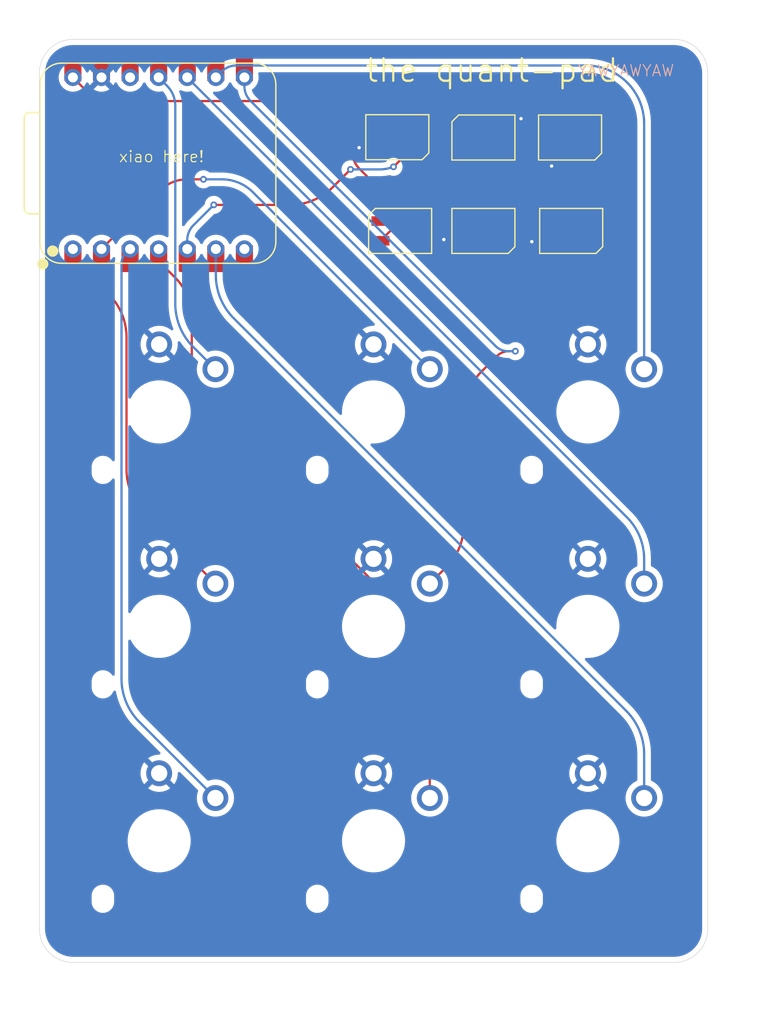
<source format=kicad_pcb>
(kicad_pcb (version 20241229) (generator "pcbnew") (generator_version "9.0")
  (layers (0 "F.Cu" signal) (2 "B.Cu" signal) (13 "F.Paste" user) (15 "B.Paste" user) (5 "F.SilkS" user "F.Silkscreen") (7 "B.SilkS" user "B.Silkscreen") (1 "F.Mask" user) (3 "B.Mask" user) (25 "Edge.Cuts" user))
  (net 0 "")
  (net 1 "Net-(D1-DOUT)")
  (net 2 "+5V")
  (net 3 "Net-(D1-DIN)")
  (net 4 "Net-(U1-GPIO3{slash}MOSI)")
  (net 5 "Net-(U1-GPIO27{slash}ADC1{slash}A1)")
  (net 6 "Net-(U1-GPIO2{slash}SCK)")
  (net 7 "Net-(U1-GPIO26{slash}ADC0{slash}A0)")
  (net 8 "Net-(U1-GPIO1{slash}RX)")
  (net 9 "Net-(U1-GPIO4{slash}MISO)")
  (net 10 "Net-(U1-GPIO28{slash}ADC2{slash}A2)")
  (net 11 "Net-(U1-GPIO29{slash}ADC3{slash}A3)")
  (net 12 "Net-(U1-GPIO7{slash}SCL)")
  (net 15 "Net-(D2-DOUT)")
  (net 17 "Net-(D3-DOUT)")
  (net 19 "Net-(D5-DOUT)")
  (net 21 "GND")
  (footprint "Kailh_PG1353_Solderable:Kailh-PG1353-Solderable-1U" (layer "F.Cu") (at 45.24375 70.29375)
    (property "Reference" "SW1")
    (property "Value" "SW_Push")
    (pad "" np_thru_hole oval (at -5 5.15 180) (size 1.5 2) (drill oval 1.5 2) (layers "*.Cu" "*.Mask"))
    (pad "" np_thru_hole circle (at 0 0 180) (size 5 5) (drill 5.1) (layers "*.Cu" "*.Mask"))
    (pad "1" thru_hole circle (at 5 -3.8 180) (size 2.3 2.3) (drill 1.45) (layers "*.Cu" "B.Mask") (net 4 "Net-(U1-GPIO3{slash}MOSI)"))
    (pad "2" thru_hole circle (at 0 -6 180) (size 2.3 2.3) (drill 1.45) (layers "*.Cu" "B.Mask") (net 21 "GND"))
  )
  (footprint "Kailh_PG1353_Solderable:Kailh-PG1353-Solderable-1U" (layer "F.Cu") (at 64.29375 70.29375)
    (property "Reference" "SW2")
    (property "Value" "SW_Push")
    (pad "" np_thru_hole oval (at -5 5.15 180) (size 1.5 2) (drill oval 1.5 2) (layers "*.Cu" "*.Mask"))
    (pad "" np_thru_hole circle (at 0 0 180) (size 5 5) (drill 5.1) (layers "*.Cu" "*.Mask"))
    (pad "1" thru_hole circle (at 5 -3.8 180) (size 2.3 2.3) (drill 1.45) (layers "*.Cu" "B.Mask") (net 5 "Net-(U1-GPIO27{slash}ADC1{slash}A1)"))
    (pad "2" thru_hole circle (at 0 -6 180) (size 2.3 2.3) (drill 1.45) (layers "*.Cu" "B.Mask") (net 21 "GND"))
  )
  (footprint "Seeed Studio XIAO Series Library:XIAO-RP2040-DIP" (layer "F.Cu") (at 45.2 48.2 90)
    (property "Reference" "U1" (hide yes))
    (property "Value" "XIAO-RP2040-DIP")
    (fp_line (start -3.991272 -11.951) (end 4.004 -11.951) (stroke (width 0.127)) (layer "F.SilkS"))
    (fp_line (start 4.504 -11.451) (end 4.504 -10.541) (stroke (width 0.127)) (layer "F.SilkS"))
    (fp_line (start 6.985 -10.541) (end -6.985 -10.541) (stroke (width 0.1)) (layer "F.SilkS"))
    (fp_line (start 6.985 -10.541) (end -6.985 -10.541) (stroke (width 0.127)) (layer "F.SilkS"))
    (fp_line (start -4.495 -10.541) (end -4.491272 -11.451272) (stroke (width 0.127)) (layer "F.SilkS"))
    (fp_line (start 8.89 8.509) (end 8.89 -8.636) (stroke (width 0.127)) (layer "F.SilkS"))
    (fp_line (start -8.89 8.509) (end -8.89 -8.636) (stroke (width 0.127)) (layer "F.SilkS"))
    (fp_line (start -6.985 10.414) (end 6.985 10.414) (stroke (width 0.127)) (layer "F.SilkS"))
    (fp_arc (start 4.004 -11.951) (mid 4.357553 -11.804553) (end 4.504 -11.451) (stroke (width 0.127)) (layer "F.SilkS"))
    (fp_arc (start -4.491272 -11.451272) (mid -4.344724 -11.804644) (end -3.991272 -11.951) (stroke (width 0.127)) (layer "F.SilkS"))
    (fp_arc (start 6.985 -10.541) (mid 8.332038 -9.983038) (end 8.89 -8.636) (stroke (width 0.127)) (layer "F.SilkS"))
    (fp_arc (start -8.89 -8.636) (mid -8.332038 -9.983038) (end -6.985 -10.541) (stroke (width 0.127)) (layer "F.SilkS"))
    (fp_arc (start 8.89 8.509) (mid 8.332038 9.856038) (end 6.985 10.414) (stroke (width 0.127)) (layer "F.SilkS"))
    (fp_arc (start -6.985 10.414) (mid -8.332038 9.856038) (end -8.89 8.509) (stroke (width 0.127)) (layer "F.SilkS"))
    (fp_circle (center -8.95 -10.3) (end -8.95 -10.554) (stroke (width 0.5)) (fill yes) (layer "F.SilkS"))
    (fp_circle (center -7.807 -9.42) (end -7.807 -9.674) (stroke (width 0.5)) (fill yes) (layer "F.SilkS"))
    (pad "1" smd roundrect (at -8.455 -7.62 270) (size 2.432 1.524) (layers "F.Cu" "F.Mask") (roundrect_rratio 0.1) (net 7 "Net-(U1-GPIO26{slash}ADC0{slash}A0)"))
    (pad "1" thru_hole circle (at -7.62 -7.62 270) (size 1.524 1.524) (drill 0.889) (layers "*.Cu" "*.Mask") (net 7 "Net-(U1-GPIO26{slash}ADC0{slash}A0)"))
    (pad "2" smd roundrect (at -8.455 -5.08 270) (size 2.432 1.524) (layers "F.Cu" "F.Mask") (roundrect_rratio 0.1) (net 5 "Net-(U1-GPIO27{slash}ADC1{slash}A1)"))
    (pad "2" thru_hole circle (at -7.62 -5.08 270) (size 1.524 1.524) (drill 0.889) (layers "*.Cu" "*.Mask") (net 5 "Net-(U1-GPIO27{slash}ADC1{slash}A1)"))
    (pad "3" smd roundrect (at -8.455 -2.54 270) (size 2.432 1.524) (layers "F.Cu" "F.Mask") (roundrect_rratio 0.1) (net 10 "Net-(U1-GPIO28{slash}ADC2{slash}A2)"))
    (pad "3" thru_hole circle (at -7.62 -2.54 270) (size 1.524 1.524) (drill 0.889) (layers "*.Cu" "*.Mask") (net 10 "Net-(U1-GPIO28{slash}ADC2{slash}A2)"))
    (pad "4" smd roundrect (at -8.455 0 270) (size 2.432 1.524) (layers "F.Cu" "F.Mask") (roundrect_rratio 0.1) (net 11 "Net-(U1-GPIO29{slash}ADC3{slash}A3)"))
    (pad "4" thru_hole circle (at -7.62 0 270) (size 1.524 1.524) (drill 0.889) (layers "*.Cu" "*.Mask") (net 11 "Net-(U1-GPIO29{slash}ADC3{slash}A3)"))
    (pad "5" smd roundrect (at -8.455 2.54 270) (size 2.432 1.524) (layers "F.Cu" "F.Mask") (roundrect_rratio 0.1) (net 3 "Net-(D1-DIN)"))
    (pad "5" thru_hole circle (at -7.62 2.54 270) (size 1.524 1.524) (drill 0.889) (layers "*.Cu" "*.Mask") (net 3 "Net-(D1-DIN)"))
    (pad "6" smd roundrect (at -8.455 5.08 270) (size 2.432 1.524) (layers "F.Cu" "F.Mask") (roundrect_rratio 0.1) (net 12 "Net-(U1-GPIO7{slash}SCL)"))
    (pad "6" thru_hole circle (at -7.62 5.08 270) (size 1.524 1.524) (drill 0.889) (layers "*.Cu" "*.Mask") (net 12 "Net-(U1-GPIO7{slash}SCL)"))
    (pad "7" smd roundrect (at -8.455 7.62 270) (size 2.432 1.524) (layers "F.Cu" "F.Mask") (roundrect_rratio 0.1))
    (pad "7" thru_hole circle (at -7.62 7.62 270) (size 1.524 1.524) (drill 0.889) (layers "*.Cu" "*.Mask"))
    (pad "8" thru_hole circle (at 7.62 7.62 90) (size 1.524 1.524) (drill 0.889) (layers "*.Cu" "*.Mask") (net 8 "Net-(U1-GPIO1{slash}RX)"))
    (pad "8" smd roundrect (at 8.455 7.62 90) (size 2.432 1.524) (layers "F.Cu" "F.Mask") (roundrect_rratio 0.1) (net 8 "Net-(U1-GPIO1{slash}RX)"))
    (pad "9" thru_hole circle (at 7.62 5.08 90) (size 1.524 1.524) (drill 0.889) (layers "*.Cu" "*.Mask") (net 6 "Net-(U1-GPIO2{slash}SCK)"))
    (pad "9" smd roundrect (at 8.455 5.08 90) (size 2.432 1.524) (layers "F.Cu" "F.Mask") (roundrect_rratio 0.1) (net 6 "Net-(U1-GPIO2{slash}SCK)"))
    (pad "10" thru_hole circle (at 7.62 2.54 90) (size 1.524 1.524) (drill 0.889) (layers "*.Cu" "*.Mask") (net 9 "Net-(U1-GPIO4{slash}MISO)"))
    (pad "10" smd roundrect (at 8.455 2.54 90) (size 2.432 1.524) (layers "F.Cu" "F.Mask") (roundrect_rratio 0.1) (net 9 "Net-(U1-GPIO4{slash}MISO)"))
    (pad "11" thru_hole circle (at 7.62 0 90) (size 1.524 1.524) (drill 0.889) (layers "*.Cu" "*.Mask") (net 4 "Net-(U1-GPIO3{slash}MOSI)"))
    (pad "11" smd roundrect (at 8.455 0 90) (size 2.432 1.524) (layers "F.Cu" "F.Mask") (roundrect_rratio 0.1) (net 4 "Net-(U1-GPIO3{slash}MOSI)"))
    (pad "12" thru_hole circle (at 7.62 -2.54 90) (size 1.524 1.524) (drill 0.889) (layers "*.Cu" "*.Mask"))
    (pad "12" smd roundrect (at 8.455 -2.54 90) (size 2.432 1.524) (layers "F.Cu" "F.Mask") (roundrect_rratio 0.1))
    (pad "13" thru_hole circle (at 7.62 -5.08 90) (size 1.524 1.524) (drill 0.889) (layers "*.Cu" "*.Mask") (net 21 "GND"))
    (pad "13" smd roundrect (at 8.455 -5.08 90) (size 2.432 1.524) (layers "F.Cu" "F.Mask") (roundrect_rratio 0.1) (net 21 "GND"))
    (pad "14" thru_hole circle (at 7.62 -7.62 90) (size 1.524 1.524) (drill 0.889) (layers "*.Cu" "*.Mask") (net 2 "+5V"))
    (pad "14" smd roundrect (at 8.455 -7.62 90) (size 2.432 1.524) (layers "F.Cu" "F.Mask") (roundrect_rratio 0.1) (net 2 "+5V"))
  )
  (footprint "LED_SMD:LED_SK6812MINI_PLCC4_3.5x3.5mm_P1.75mm" (layer "F.Cu") (at 74.06 45.915 180)
    (property "Reference" "D3" (hide yes))
    (property "Value" "SK6812MINI")
    (fp_line (start 2.8 1.4) (end 2.8 -2) (stroke (width 0.12)) (layer "F.SilkS"))
    (fp_line (start 2.8 1.4) (end 2.2 2) (stroke (width 0.12)) (layer "F.SilkS"))
    (fp_line (start -2.8 2) (end 2.2 2) (stroke (width 0.12)) (layer "F.SilkS"))
    (fp_line (start -2.8 -2) (end 2.8 -2) (stroke (width 0.12)) (layer "F.SilkS"))
    (fp_line (start -2.8 -2) (end -2.8 2) (stroke (width 0.12)) (layer "F.SilkS"))
    (pad "1" smd rect (at -1.75 -0.875 180) (size 1.6 0.85) (layers "F.Cu" "F.Mask" "F.Paste") (net 17 "Net-(D3-DOUT)"))
    (pad "2" smd rect (at -1.75 0.875 180) (size 1.6 0.85) (layers "F.Cu" "F.Mask" "F.Paste") (net 21 "GND"))
    (pad "3" smd rect (at 1.75 0.875 180) (size 1.6 0.85) (layers "F.Cu" "F.Mask" "F.Paste"))
    (pad "4" smd rect (at 1.75 -0.875 180) (size 1.6 0.85) (layers "F.Cu" "F.Mask" "F.Paste") (net 2 "+5V"))
  )
  (footprint "LED_SMD:LED_SK6812MINI_PLCC4_3.5x3.5mm_P1.75mm" (layer "F.Cu") (at 66.66 54.215 180)
    (property "Reference" "D2" (hide yes))
    (property "Value" "SK6812MINI")
    (fp_line (start 2.8 1.4) (end 2.8 -2) (stroke (width 0.12)) (layer "F.SilkS"))
    (fp_line (start 2.8 1.4) (end 2.2 2) (stroke (width 0.12)) (layer "F.SilkS"))
    (fp_line (start -2.8 2) (end 2.2 2) (stroke (width 0.12)) (layer "F.SilkS"))
    (fp_line (start -2.8 -2) (end 2.8 -2) (stroke (width 0.12)) (layer "F.SilkS"))
    (fp_line (start -2.8 -2) (end -2.8 2) (stroke (width 0.12)) (layer "F.SilkS"))
    (pad "1" smd rect (at -1.75 -0.875 180) (size 1.6 0.85) (layers "F.Cu" "F.Mask" "F.Paste") (net 15 "Net-(D2-DOUT)"))
    (pad "2" smd rect (at -1.75 0.875 180) (size 1.6 0.85) (layers "F.Cu" "F.Mask" "F.Paste") (net 21 "GND"))
    (pad "3" smd rect (at 1.75 0.875 180) (size 1.6 0.85) (layers "F.Cu" "F.Mask" "F.Paste") (net 1 "Net-(D1-DOUT)"))
    (pad "4" smd rect (at 1.75 -0.875 180) (size 1.6 0.85) (layers "F.Cu" "F.Mask" "F.Paste") (net 2 "+5V"))
  )
  (footprint "LED_SMD:LED_SK6812MINI_PLCC4_3.5x3.5mm_P1.75mm" (layer "F.Cu") (at 81.76 45.915)
    (property "Reference" "D5" (hide yes))
    (property "Value" "SK6812MINI")
    (fp_line (start -2.8 -2) (end -2.8 2) (stroke (width 0.12)) (layer "F.SilkS"))
    (fp_line (start -2.8 -2) (end 2.8 -2) (stroke (width 0.12)) (layer "F.SilkS"))
    (fp_line (start -2.8 2) (end 2.2 2) (stroke (width 0.12)) (layer "F.SilkS"))
    (fp_line (start 2.8 1.4) (end 2.2 2) (stroke (width 0.12)) (layer "F.SilkS"))
    (fp_line (start 2.8 1.4) (end 2.8 -2) (stroke (width 0.12)) (layer "F.SilkS"))
    (pad "1" smd rect (at -1.75 -0.875) (size 1.6 0.85) (layers "F.Cu" "F.Mask" "F.Paste") (net 19 "Net-(D5-DOUT)"))
    (pad "2" smd rect (at -1.75 0.875) (size 1.6 0.85) (layers "F.Cu" "F.Mask" "F.Paste") (net 21 "GND"))
    (pad "3" smd rect (at 1.75 0.875) (size 1.6 0.85) (layers "F.Cu" "F.Mask" "F.Paste") (net 17 "Net-(D3-DOUT)"))
    (pad "4" smd rect (at 1.75 -0.875) (size 1.6 0.85) (layers "F.Cu" "F.Mask" "F.Paste") (net 2 "+5V"))
  )
  (footprint "Kailh_PG1353_Solderable:Kailh-PG1353-Solderable-1U" (layer "F.Cu") (at 83.34375 70.29375)
    (property "Reference" "SW3")
    (property "Value" "SW_Push")
    (pad "" np_thru_hole oval (at -5 5.15 180) (size 1.5 2) (drill oval 1.5 2) (layers "*.Cu" "*.Mask"))
    (pad "" np_thru_hole circle (at 0 0 180) (size 5 5) (drill 5.1) (layers "*.Cu" "*.Mask"))
    (pad "1" thru_hole circle (at 5 -3.8 180) (size 2.3 2.3) (drill 1.45) (layers "*.Cu" "B.Mask") (net 6 "Net-(U1-GPIO2{slash}SCK)"))
    (pad "2" thru_hole circle (at 0 -6 180) (size 2.3 2.3) (drill 1.45) (layers "*.Cu" "B.Mask") (net 21 "GND"))
  )
  (footprint "Kailh_PG1353_Solderable:Kailh-PG1353-Solderable-1U" (layer "F.Cu") (at 83.34375 89.34375)
    (property "Reference" "SW6")
    (property "Value" "SW_Push")
    (pad "" np_thru_hole oval (at -5 5.15 180) (size 1.5 2) (drill oval 1.5 2) (layers "*.Cu" "*.Mask"))
    (pad "" np_thru_hole circle (at 0 0 180) (size 5 5) (drill 5.1) (layers "*.Cu" "*.Mask"))
    (pad "1" thru_hole circle (at 5 -3.8 180) (size 2.3 2.3) (drill 1.45) (layers "*.Cu" "B.Mask") (net 9 "Net-(U1-GPIO4{slash}MISO)"))
    (pad "2" thru_hole circle (at 0 -6 180) (size 2.3 2.3) (drill 1.45) (layers "*.Cu" "B.Mask") (net 21 "GND"))
  )
  (footprint "Kailh_PG1353_Solderable:Kailh-PG1353-Solderable-1U" (layer "F.Cu") (at 83.34375 108.39375)
    (property "Reference" "SW9")
    (property "Value" "SW_Push")
    (pad "" np_thru_hole oval (at -5 5.15 180) (size 1.5 2) (drill oval 1.5 2) (layers "*.Cu" "*.Mask"))
    (pad "" np_thru_hole circle (at 0 0 180) (size 5 5) (drill 5.1) (layers "*.Cu" "*.Mask"))
    (pad "1" thru_hole circle (at 5 -3.8 180) (size 2.3 2.3) (drill 1.45) (layers "*.Cu" "B.Mask") (net 12 "Net-(U1-GPIO7{slash}SCL)"))
    (pad "2" thru_hole circle (at 0 -6 180) (size 2.3 2.3) (drill 1.45) (layers "*.Cu" "B.Mask") (net 21 "GND"))
  )
  (footprint "LED_SMD:LED_SK6812MINI_PLCC4_3.5x3.5mm_P1.75mm" (layer "F.Cu") (at 74.06 54.215)
    (property "Reference" "D4" (hide yes))
    (property "Value" "SK6812MINI")
    (fp_line (start -2.8 -2) (end -2.8 2) (stroke (width 0.12)) (layer "F.SilkS"))
    (fp_line (start -2.8 -2) (end 2.8 -2) (stroke (width 0.12)) (layer "F.SilkS"))
    (fp_line (start -2.8 2) (end 2.2 2) (stroke (width 0.12)) (layer "F.SilkS"))
    (fp_line (start 2.8 1.4) (end 2.2 2) (stroke (width 0.12)) (layer "F.SilkS"))
    (fp_line (start 2.8 1.4) (end 2.8 -2) (stroke (width 0.12)) (layer "F.SilkS"))
    (pad "1" smd rect (at -1.75 -0.875) (size 1.6 0.85) (layers "F.Cu" "F.Mask" "F.Paste"))
    (pad "2" smd rect (at -1.75 0.875) (size 1.6 0.85) (layers "F.Cu" "F.Mask" "F.Paste") (net 21 "GND"))
    (pad "3" smd rect (at 1.75 0.875) (size 1.6 0.85) (layers "F.Cu" "F.Mask" "F.Paste") (net 15 "Net-(D2-DOUT)"))
    (pad "4" smd rect (at 1.75 -0.875) (size 1.6 0.85) (layers "F.Cu" "F.Mask" "F.Paste") (net 2 "+5V"))
  )
  (footprint "Kailh_PG1353_Solderable:Kailh-PG1353-Solderable-1U" (layer "F.Cu") (at 45.24375 108.39375)
    (property "Reference" "SW7")
    (property "Value" "SW_Push")
    (pad "" np_thru_hole oval (at -5 5.15 180) (size 1.5 2) (drill oval 1.5 2) (layers "*.Cu" "*.Mask"))
    (pad "" np_thru_hole circle (at 0 0 180) (size 5 5) (drill 5.1) (layers "*.Cu" "*.Mask"))
    (pad "1" thru_hole circle (at 5 -3.8 180) (size 2.3 2.3) (drill 1.45) (layers "*.Cu" "B.Mask") (net 10 "Net-(U1-GPIO28{slash}ADC2{slash}A2)"))
    (pad "2" thru_hole circle (at 0 -6 180) (size 2.3 2.3) (drill 1.45) (layers "*.Cu" "B.Mask") (net 21 "GND"))
  )
  (footprint "Kailh_PG1353_Solderable:Kailh-PG1353-Solderable-1U" (layer "F.Cu") (at 45.24375 89.34375)
    (property "Reference" "SW4")
    (property "Value" "SW_Push")
    (pad "" np_thru_hole oval (at -5 5.15 180) (size 1.5 2) (drill oval 1.5 2) (layers "*.Cu" "*.Mask"))
    (pad "" np_thru_hole circle (at 0 0 180) (size 5 5) (drill 5.1) (layers "*.Cu" "*.Mask"))
    (pad "1" thru_hole circle (at 5 -3.8 180) (size 2.3 2.3) (drill 1.45) (layers "*.Cu" "B.Mask") (net 7 "Net-(U1-GPIO26{slash}ADC0{slash}A0)"))
    (pad "2" thru_hole circle (at 0 -6 180) (size 2.3 2.3) (drill 1.45) (layers "*.Cu" "B.Mask") (net 21 "GND"))
  )
  (footprint "Kailh_PG1353_Solderable:Kailh-PG1353-Solderable-1U" (layer "F.Cu") (at 64.29375 108.39375)
    (property "Reference" "SW8")
    (property "Value" "SW_Push")
    (pad "" np_thru_hole oval (at -5 5.15 180) (size 1.5 2) (drill oval 1.5 2) (layers "*.Cu" "*.Mask"))
    (pad "" np_thru_hole circle (at 0 0 180) (size 5 5) (drill 5.1) (layers "*.Cu" "*.Mask"))
    (pad "1" thru_hole circle (at 5 -3.8 180) (size 2.3 2.3) (drill 1.45) (layers "*.Cu" "B.Mask") (net 11 "Net-(U1-GPIO29{slash}ADC3{slash}A3)"))
    (pad "2" thru_hole circle (at 0 -6 180) (size 2.3 2.3) (drill 1.45) (layers "*.Cu" "B.Mask") (net 21 "GND"))
  )
  (footprint "LED_SMD:LED_SK6812MINI_PLCC4_3.5x3.5mm_P1.75mm" (layer "F.Cu") (at 66.41 45.89)
    (property "Reference" "D1" (hide yes))
    (property "Value" "SK6812MINI")
    (fp_line (start -2.8 -2) (end -2.8 2) (stroke (width 0.12)) (layer "F.SilkS"))
    (fp_line (start -2.8 -2) (end 2.8 -2) (stroke (width 0.12)) (layer "F.SilkS"))
    (fp_line (start -2.8 2) (end 2.2 2) (stroke (width 0.12)) (layer "F.SilkS"))
    (fp_line (start 2.8 1.4) (end 2.2 2) (stroke (width 0.12)) (layer "F.SilkS"))
    (fp_line (start 2.8 1.4) (end 2.8 -2) (stroke (width 0.12)) (layer "F.SilkS"))
    (pad "1" smd rect (at -1.75 -0.875) (size 1.6 0.85) (layers "F.Cu" "F.Mask" "F.Paste") (net 1 "Net-(D1-DOUT)"))
    (pad "2" smd rect (at -1.75 0.875) (size 1.6 0.85) (layers "F.Cu" "F.Mask" "F.Paste") (net 21 "GND"))
    (pad "3" smd rect (at 1.75 0.875) (size 1.6 0.85) (layers "F.Cu" "F.Mask" "F.Paste") (net 3 "Net-(D1-DIN)"))
    (pad "4" smd rect (at 1.75 -0.875) (size 1.6 0.85) (layers "F.Cu" "F.Mask" "F.Paste") (net 2 "+5V"))
  )
  (footprint "LED_SMD:LED_SK6812MINI_PLCC4_3.5x3.5mm_P1.75mm" (layer "F.Cu") (at 81.86 54.215)
    (property "Reference" "D6" (hide yes))
    (property "Value" "SK6812MINI")
    (fp_line (start -2.8 -2) (end -2.8 2) (stroke (width 0.12)) (layer "F.SilkS"))
    (fp_line (start -2.8 -2) (end 2.8 -2) (stroke (width 0.12)) (layer "F.SilkS"))
    (fp_line (start -2.8 2) (end 2.2 2) (stroke (width 0.12)) (layer "F.SilkS"))
    (fp_line (start 2.8 1.4) (end 2.2 2) (stroke (width 0.12)) (layer "F.SilkS"))
    (fp_line (start 2.8 1.4) (end 2.8 -2) (stroke (width 0.12)) (layer "F.SilkS"))
    (pad "1" smd rect (at -1.75 -0.875) (size 1.6 0.85) (layers "F.Cu" "F.Mask" "F.Paste"))
    (pad "2" smd rect (at -1.75 0.875) (size 1.6 0.85) (layers "F.Cu" "F.Mask" "F.Paste") (net 21 "GND"))
    (pad "3" smd rect (at 1.75 0.875) (size 1.6 0.85) (layers "F.Cu" "F.Mask" "F.Paste") (net 19 "Net-(D5-DOUT)"))
    (pad "4" smd rect (at 1.75 -0.875) (size 1.6 0.85) (layers "F.Cu" "F.Mask" "F.Paste") (net 2 "+5V"))
  )
  (footprint "Kailh_PG1353_Solderable:Kailh-PG1353-Solderable-1U" (layer "F.Cu") (at 64.29375 89.34375)
    (property "Reference" "SW5")
    (property "Value" "SW_Push")
    (pad "" np_thru_hole oval (at -5 5.15 180) (size 1.5 2) (drill oval 1.5 2) (layers "*.Cu" "*.Mask"))
    (pad "" np_thru_hole circle (at 0 0 180) (size 5 5) (drill 5.1) (layers "*.Cu" "*.Mask"))
    (pad "1" thru_hole circle (at 5 -3.8 180) (size 2.3 2.3) (drill 1.45) (layers "*.Cu" "B.Mask") (net 8 "Net-(U1-GPIO1{slash}RX)"))
    (pad "2" thru_hole circle (at 0 -6 180) (size 2.3 2.3) (drill 1.45) (layers "*.Cu" "B.Mask") (net 21 "GND"))
  )
  (gr_arc (start 94 116.2) (mid 93.12132 118.32132) (end 91 119.2) (stroke (width 0.05)) (layer "Edge.Cuts"))
  (gr_arc (start 91 37.2) (mid 93.12132 38.07868) (end 94 40.2) (stroke (width 0.05)) (layer "Edge.Cuts"))
  (gr_arc (start 37.6 119.2) (mid 35.47868 118.32132) (end 34.6 116.2) (stroke (width 0.05)) (layer "Edge.Cuts"))
  (gr_line (start 37.6 37.2) (end 91 37.2) (stroke (width 0.05)) (layer "Edge.Cuts"))
  (gr_arc (start 34.6 40.2) (mid 35.47868 38.07868) (end 37.6 37.2) (stroke (width 0.05)) (layer "Edge.Cuts"))
  (gr_line (start 94 40.2) (end 94 116.2) (stroke (width 0.05)) (layer "Edge.Cuts"))
  (gr_line (start 91 119.2) (end 37.6 119.2) (stroke (width 0.05)) (layer "Edge.Cuts"))
  (gr_line (start 34.6 116.2) (end 34.6 40.2) (stroke (width 0.05)) (layer "Edge.Cuts"))
  (gr_text "the quant-pad" (at 63.44 41.13 0) (layer "F.SilkS") (effects (font (size 2 2) (thickness 0.2)) (justify left bottom)))
  (gr_text "xiao here!" (at 41.6 48.2 0) (layer "F.SilkS") (effects (font (size 1 1) (thickness 0.1)) (justify left bottom)))
  (gr_text "WAYWAYWAY" (at 91.08 40.56 0) (layer "B.SilkS") (effects (font (size 1 1) (thickness 0.1)) (justify left bottom mirror)))
  (segment (start 64.16 45.015) (end 64.66 45.015) (width 0.2) (layer "F.Cu") (net 1))
  (segment (start 63.927121 49.577121) (end 63.044628 48.694628) (width 0.2) (layer "F.Cu") (net 1))
  (segment (start 63.034999 45.639999) (end 63.306446 45.368553) (width 0.2) (layer "F.Cu") (net 1))
  (segment (start 62.41 47.148883) (end 62.41 47.1625) (width 0.2) (layer "F.Cu") (net 1))
  (segment (start 64.91 51.95) (end 64.91 53.34) (width 0.2) (layer "F.Cu") (net 1))
  (arc (start 63.034999 45.639999) (mid 62.572431 46.332281) (end 62.41 47.148883) (width 0.2) (layer "F.Cu") (net 1))
  (arc (start 64.16 45.015) (mid 63.69806 45.106885) (end 63.306446 45.368553) (width 0.2) (layer "F.Cu") (net 1))
  (arc (start 62.41 47.1625) (mid 62.574934 47.991681) (end 63.044628 48.694628) (width 0.2) (layer "F.Cu") (net 1))
  (arc (start 63.927121 49.577121) (mid 64.654558 50.665807) (end 64.91 51.95) (width 0.2) (layer "F.Cu") (net 1))
  (segment (start 66.9925 43.8475) (end 68.16 45.015) (width 0.2) (layer "F.Cu") (net 2))
  (segment (start 84.355 53.34) (end 83.61 53.34) (width 0.2) (layer "F.Cu") (net 2))
  (segment (start 83.815 45.04) (end 84.12 45.04) (width 0.2) (layer "F.Cu") (net 2))
  (segment (start 85.5 45.81) (end 85.161335 45.471335) (width 0.2) (layer "F.Cu") (net 2))
  (segment (start 72.471005 46.79) (end 72.44 46.79) (width 0.2) (layer "F.Cu") (net 2))
  (segment (start 72.31 49.76045) (end 72.31 46.92) (width 0.2) (layer "F.Cu") (net 2))
  (segment (start 72.34295 49.9525) (end 71.235 49.9525) (width 0.2) (layer "F.Cu") (net 2))
  (segment (start 73.630276 46.009723) (end 72.78 46.86) (width 0.2) (layer "F.Cu") (net 2))
  (segment (start 85.626794 52.813205) (end 85.684999 52.754999) (width 0.2) (layer "F.Cu") (net 2))
  (segment (start 72.218076 46.698076) (end 71.374689 45.854689) (width 0.2) (layer "F.Cu") (net 2))
  (segment (start 72.47875 50.00875) (end 75.81 53.34) (width 0.2) (layer "F.Cu") (net 2))
  (segment (start 69.3475 45.015) (end 68.16 45.015) (width 0.2) (layer "F.Cu") (net 2))
  (segment (start 86.27 51.342685) (end 86.27 47.668944) (width 0.2) (layer "F.Cu") (net 2))
  (segment (start 38.63 41.63) (end 37.58 40.58) (width 0.2) (layer "F.Cu") (net 2))
  (segment (start 69.20781 50.792189) (end 64.91 55.09) (width 0.2) (layer "F.Cu") (net 2))
  (segment (start 74.15 44.755) (end 74.15 44.741248) (width 0.2) (layer "F.Cu") (net 2))
  (segment (start 75.891248 43) (end 81.290761 43) (width 0.2) (layer "F.Cu") (net 2))
  (segment (start 64.173905 42.68) (end 41.164924 42.68) (width 0.2) (layer "F.Cu") (net 2))
  (segment (start 82.86 43.65) (end 83.24837 44.03837) (width 0.2) (layer "F.Cu") (net 2))
  (segment (start 83.51 44.67) (end 83.51 44.735) (width 0.2) (layer "F.Cu") (net 2))
  (segment (start 72.47875 50.00875) (end 72.36625 49.89625) (width 0.2) (layer "F.Cu") (net 2))
  (arc (start 74.15 44.741248) (mid 74.282544 44.074901) (end 74.66 43.51) (width 0.2) (layer "F.Cu") (net 2))
  (arc (start 72.471005 46.79) (mid 72.562464 46.808192) (end 72.64 46.86) (width 0.2) (layer "F.Cu") (net 2))
  (arc (start 72.34295 49.9525) (mid 72.373392 49.932159) (end 72.36625 49.89625) (width 0.2) (layer "F.Cu") (net 2))
  (arc (start 41.164924 42.68) (mid 39.793033 42.407113) (end 38.63 41.63) (width 0.2) (layer "F.Cu") (net 2))
  (arc (start 72.47875 50.00875) (mid 72.416444 49.967118) (end 72.34295 49.9525) (width 0.2) (layer "F.Cu") (net 2))
  (arc (start 85.5 45.81) (mid 86.069883 46.66289) (end 86.27 47.668944) (width 0.2) (layer "F.Cu") (net 2))
  (arc (start 72.218076 46.698076) (mid 72.319895 46.766109) (end 72.44 46.79) (width 0.2) (layer "F.Cu") (net 2))
  (arc (start 75.891248 43) (mid 75.224901 43.132544) (end 74.66 43.51) (width 0.2) (layer "F.Cu") (net 2))
  (arc (start 64.173905 42.68) (mid 65.699317 42.983423) (end 66.9925 43.8475) (width 0.2) (layer "F.Cu") (net 2))
  (arc (start 74.15 44.755) (mid 74.014928 45.434051) (end 73.630276 46.009723) (width 0.2) (layer "F.Cu") (net 2))
  (arc (start 83.815 45.04) (mid 83.599332 44.950667) (end 83.51 44.735) (width 0.2) (layer "F.Cu") (net 2))
  (arc (start 82.86 43.65) (mid 82.140027 43.168929) (end 81.290761 43) (width 0.2) (layer "F.Cu") (net 2))
  (arc (start 72.31 46.92) (mid 72.348076 46.828076) (end 72.44 46.79) (width 0.2) (layer "F.Cu") (net 2))
  (arc (start 85.626794 52.813205) (mid 85.04329 53.20309) (end 84.355 53.34) (width 0.2) (layer "F.Cu") (net 2))
  (arc (start 72.31 49.76045) (mid 72.324618 49.833944) (end 72.36625 49.89625) (width 0.2) (layer "F.Cu") (net 2))
  (arc (start 85.684999 52.754999) (mid 86.117963 52.107024) (end 86.27 51.342685) (width 0.2) (layer "F.Cu") (net 2))
  (arc (start 71.374689 45.854689) (mid 70.444606 45.233228) (end 69.3475 45.015) (width 0.2) (layer "F.Cu") (net 2))
  (arc (start 83.51 44.67) (mid 83.442004 44.328164) (end 83.24837 44.03837) (width 0.2) (layer "F.Cu") (net 2))
  (arc (start 72.218076 46.698076) (mid 72.286109 46.799895) (end 72.31 46.92) (width 0.2) (layer "F.Cu") (net 2))
  (arc (start 69.20781 50.792189) (mid 70.137892 50.170728) (end 71.235 49.9525) (width 0.2) (layer "F.Cu") (net 2))
  (arc (start 85.161335 45.471335) (mid 84.683566 45.1521) (end 84.12 45.04) (width 0.2) (layer "F.Cu") (net 2))
  (arc (start 72.64 46.86) (mid 72.71 46.888994) (end 72.78 46.86) (width 0.2) (layer "F.Cu") (net 2))
  (segment (start 67.685398 46.904601) (end 66.07 48.52) (width 0.2) (layer "F.Cu") (net 3))
  (segment (start 68.149419 46.77558) (end 68.16 46.765) (width 0.2) (layer "F.Cu") (net 3))
  (segment (start 60.675 50.325) (end 62.25 48.75) (width 0.2) (layer "F.Cu") (net 3))
  (segment (start 50.1 51.9) (end 50.063535 51.863535) (width 0.2) (layer "F.Cu") (net 3))
  (segment (start 50.06 51.855) (end 50.06 51.85) (width 0.2) (layer "F.Cu") (net 3))
  (segment (start 68.123874 46.786161) (end 67.971338 46.786161) (width 0.2) (layer "F.Cu") (net 3))
  (segment (start 50.1 51.9) (end 56.872613 51.9) (width 0.2) (layer "F.Cu") (net 3))
  (via (at 50.1 51.9) (size 0.6) (drill 0.3) (layers "F.Cu" "B.Cu") (net 3))
  (via (at 66.07 48.52) (size 0.6) (drill 0.3) (layers "F.Cu" "B.Cu") (net 3))
  (via (at 62.25 48.75) (size 0.6) (drill 0.3) (layers "F.Cu" "B.Cu") (net 3))
  (arc (start 60.675 50.325) (mid 58.93045 51.49067) (end 56.872613 51.9) (width 0.2) (layer "F.Cu") (net 3))
  (arc (start 67.971338 46.786161) (mid 67.816588 46.816942) (end 67.685398 46.904601) (width 0.2) (layer "F.Cu") (net 3))
  (arc (start 68.149419 46.77558) (mid 68.137698 46.783411) (end 68.123874 46.786161) (width 0.2) (layer "F.Cu") (net 3))
  (arc (start 50.06 51.855) (mid 50.060918 51.859619) (end 50.063535 51.863535) (width 0.2) (layer "F.Cu") (net 3))
  (segment (start 66.07 48.52) (end 66.049499 48.540501) (width 0.2) (layer "B.Cu") (net 3))
  (segment (start 65.946614 48.561002) (end 66.000005 48.561002) (width 0.2) (layer "B.Cu") (net 3))
  (segment (start 64.835283 48.75) (end 62.25 48.75) (width 0.2) (layer "B.Cu") (net 3))
  (segment (start 47.74 55.04) (end 47.74 55.82) (width 0.2) (layer "B.Cu") (net 3))
  (segment (start 50.1 51.9) (end 48.291543 53.708456) (width 0.2) (layer "B.Cu") (net 3))
  (arc (start 64.835283 48.75) (mid 65.398655 48.701332) (end 65.946614 48.561002) (width 0.2) (layer "B.Cu") (net 3))
  (arc (start 66.049499 48.540501) (mid 66.026791 48.555673) (end 66.000005 48.561002) (width 0.2) (layer "B.Cu") (net 3))
  (arc (start 48.291543 53.708456) (mid 47.883341 54.319373) (end 47.74 55.04) (width 0.2) (layer "B.Cu") (net 3))
  (segment (start 46.678 60.674036) (end 46.678 43.103103) (width 0.2) (layer "B.Cu") (net 4))
  (segment (start 48.271792 64.521792) (end 50.24375 66.49375) (width 0.2) (layer "B.Cu") (net 4))
  (segment (start 45.939 41.319) (end 45.2 40.58) (width 0.2) (layer "B.Cu") (net 4))
  (arc (start 45.939 41.319) (mid 46.48594 42.137553) (end 46.678 43.103103) (width 0.2) (layer "B.Cu") (net 4))
  (arc (start 46.678 60.674036) (mid 47.092213 62.756426) (end 48.271792 64.521792) (width 0.2) (layer "B.Cu") (net 4))
  (segment (start 47.745 49.63) (end 49.18 49.63) (width 0.2) (layer "F.Cu") (net 5))
  (segment (start 45.295301 50.644698) (end 40.12 55.82) (width 0.2) (layer "F.Cu") (net 5))
  (via (at 49.18 49.63) (size 0.6) (drill 0.3) (layers "F.Cu" "B.Cu") (net 5))
  (arc (start 47.745 49.63) (mid 46.419232 49.893711) (end 45.295301 50.644698) (width 0.2) (layer "F.Cu") (net 5))
  (segment (start 53.579048 50.779048) (end 69.29375 66.49375) (width 0.2) (layer "B.Cu") (net 5))
  (segment (start 50.805 49.63) (end 49.18 49.63) (width 0.2) (layer "B.Cu") (net 5))
  (arc (start 50.805 49.63) (mid 52.306304 49.928627) (end 53.579048 50.779048) (width 0.2) (layer "B.Cu") (net 5))
  (segment (start 88.34375 44.683278) (end 88.34375 66.49375) (width 0.2) (layer "B.Cu") (net 6))
  (segment (start 83.178471 39.518) (end 52.092947 39.518) (width 0.2) (layer "B.Cu") (net 6))
  (segment (start 50.811 40.049) (end 50.28 40.58) (width 0.2) (layer "B.Cu") (net 6))
  (arc (start 50.811 40.049) (mid 51.399162 39.656002) (end 52.092947 39.518) (width 0.2) (layer "B.Cu") (net 6))
  (arc (start 88.34375 44.683278) (mid 87.950566 42.706611) (end 86.830875 41.030875) (width 0.2) (layer "B.Cu") (net 6))
  (arc (start 83.178471 39.518) (mid 85.155137 39.911183) (end 86.830875 41.030875) (width 0.2) (layer "B.Cu") (net 6))
  (segment (start 37.58 56.2375) (end 37.58 55.82) (width 0.2) (layer "F.Cu") (net 7))
  (segment (start 37.875217 56.950217) (end 40.749957 59.824957) (width 0.2) (layer "F.Cu") (net 7))
  (segment (start 42.34375 63.672713) (end 42.34375 75.389786) (width 0.2) (layer "F.Cu") (net 7))
  (segment (start 43.937542 79.237542) (end 50.24375 85.54375) (width 0.2) (layer "F.Cu") (net 7))
  (arc (start 43.937542 79.237542) (mid 42.757963 77.472176) (end 42.34375 75.389786) (width 0.2) (layer "F.Cu") (net 7))
  (arc (start 40.749957 59.824957) (mid 41.929536 61.590322) (end 42.34375 63.672713) (width 0.2) (layer "F.Cu") (net 7))
  (arc (start 37.875217 56.950217) (mid 37.656724 56.623219) (end 37.58 56.2375) (width 0.2) (layer "F.Cu") (net 7))
  (segment (start 72.3 70.553963) (end 72.3 80.41176) (width 0.2) (layer "F.Cu") (net 8))
  (segment (start 70.796875 84.040625) (end 69.29375 85.54375) (width 0.2) (layer "F.Cu") (net 8))
  (segment (start 76.3 64.9) (end 76.9 64.9) (width 0.2) (layer "F.Cu") (net 8))
  (segment (start 73.893792 66.706207) (end 75.275735 65.324263) (width 0.2) (layer "F.Cu") (net 8))
  (via (at 76.9 64.9) (size 0.6) (drill 0.3) (layers "F.Cu" "B.Cu") (net 8))
  (arc (start 72.3 80.41176) (mid 71.90935 82.375687) (end 70.796875 84.040625) (width 0.2) (layer "F.Cu") (net 8))
  (arc (start 73.893792 66.706207) (mid 72.714213 68.471572) (end 72.3 70.553963) (width 0.2) (layer "F.Cu") (net 8))
  (arc (start 76.3 64.9) (mid 75.745672 65.010262) (end 75.275735 65.324263) (width 0.2) (layer "F.Cu") (net 8))
  (segment (start 52.82 41.35) (end 52.82 40.58) (width 0.2) (layer "B.Cu") (net 8))
  (segment (start 53.364472 42.664472) (end 75.14038 64.44038) (width 0.2) (layer "B.Cu") (net 8))
  (segment (start 76.25 64.9) (end 76.9 64.9) (width 0.2) (layer "B.Cu") (net 8))
  (arc (start 76.25 64.9) (mid 75.649478 64.780548) (end 75.14038 64.44038) (width 0.2) (layer "B.Cu") (net 8))
  (arc (start 53.364472 42.664472) (mid 52.961503 42.061387) (end 52.82 41.35) (width 0.2) (layer "B.Cu") (net 8))
  (segment (start 86.802257 79.642257) (end 47.74 40.58) (width 0.2) (layer "B.Cu") (net 9))
  (segment (start 88.34375 83.36375) (end 88.34375 85.54375) (width 0.2) (layer "B.Cu") (net 9))
  (arc (start 86.802257 79.642257) (mid 87.943129 81.349692) (end 88.34375 83.36375) (width 0.2) (layer "B.Cu") (net 9))
  (segment (start 43.491793 97.841793) (end 50.24375 104.59375) (width 0.2) (layer "B.Cu") (net 10))
  (segment (start 41.898001 57.120813) (end 41.898001 93.994037) (width 0.2) (layer "B.Cu") (net 10))
  (segment (start 42.279 56.200999) (end 42.66 55.82) (width 0.2) (layer "B.Cu") (net 10))
  (arc (start 41.898001 57.120813) (mid 41.997019 56.623013) (end 42.279 56.200999) (width 0.2) (layer "B.Cu") (net 10))
  (arc (start 43.491793 97.841793) (mid 42.312214 96.076427) (end 41.898001 93.994037) (width 0.2) (layer "B.Cu") (net 10))
  (segment (start 46.671875 58.369505) (end 45.580999 57.278629) (width 0.2) (layer "F.Cu") (net 11))
  (segment (start 48.14375 61.922925) (end 48.14375 66.990396) (width 0.2) (layer "F.Cu") (net 11))
  (segment (start 69.29375 92.496494) (end 69.29375 104.59375) (width 0.2) (layer "F.Cu") (net 11))
  (segment (start 65.294898 86.243679) (end 67.699957 88.648738) (width 0.2) (layer "F.Cu") (net 11))
  (segment (start 65.03571 86.13632) (end 49.737542 70.838152) (width 0.2) (layer "F.Cu") (net 11))
  (segment (start 45.2 56.358815) (end 45.2 55.82) (width 0.2) (layer "F.Cu") (net 11))
  (arc (start 65.294898 86.243679) (mid 65.23544 86.20395) (end 65.165304 86.19) (width 0.2) (layer "F.Cu") (net 11))
  (arc (start 65.03571 86.13632) (mid 65.095168 86.176049) (end 65.165304 86.19) (width 0.2) (layer "F.Cu") (net 11))
  (arc (start 45.2 56.358815) (mid 45.299018 56.856614) (end 45.580999 57.278629) (width 0.2) (layer "F.Cu") (net 11))
  (arc (start 48.14375 66.990396) (mid 48.557963 69.072786) (end 49.737542 70.838152) (width 0.2) (layer "F.Cu") (net 11))
  (arc (start 69.29375 92.496494) (mid 68.879536 90.414103) (end 67.699957 88.648738) (width 0.2) (layer "F.Cu") (net 11))
  (arc (start 46.671875 58.369505) (mid 47.761222 59.999828) (end 48.14375 61.922925) (width 0.2) (layer "F.Cu") (net 11))
  (segment (start 50.28 58.127255) (end 50.28 55.82) (width 0.2) (layer "B.Cu") (net 12))
  (segment (start 88.34375 100.698932) (end 88.34375 104.59375) (width 0.2) (layer "B.Cu") (net 12))
  (segment (start 51.873792 61.975011) (end 86.749957 96.851176) (width 0.2) (layer "B.Cu") (net 12))
  (arc (start 86.749957 96.851176) (mid 87.929536 98.616541) (end 88.34375 100.698932) (width 0.2) (layer "B.Cu") (net 12))
  (arc (start 51.873792 61.975011) (mid 50.694213 60.209645) (end 50.28 58.127255) (width 0.2) (layer "B.Cu") (net 12))
  (segment (start 75.4475 55.4525) (end 75.81 55.09) (width 0.2) (layer "F.Cu") (net 15))
  (segment (start 68.7725 55.4525) (end 68.41 55.09) (width 0.2) (layer "F.Cu") (net 15))
  (segment (start 74.572347 55.815) (end 69.647652 55.815) (width 0.2) (layer "F.Cu") (net 15))
  (arc (start 69.647652 55.815) (mid 69.174023 55.720789) (end 68.7725 55.4525) (width 0.2) (layer "F.Cu") (net 15))
  (arc (start 74.572347 55.815) (mid 75.045976 55.720789) (end 75.4475 55.4525) (width 0.2) (layer "F.Cu") (net 15))
  (segment (start 81.153718 44.433718) (end 83.51 46.79) (width 0.2) (layer "F.Cu") (net 17))
  (segment (start 78.166281 44.433718) (end 75.81 46.79) (width 0.2) (layer "F.Cu") (net 17))
  (arc (start 78.166281 44.433718) (mid 78.851605 43.975799) (end 79.66 43.815) (width 0.2) (layer "F.Cu") (net 17))
  (arc (start 81.153718 44.433718) (mid 80.468394 43.975799) (end 79.66 43.815) (width 0.2) (layer "F.Cu") (net 17))
  (segment (start 82.56 54.115) (end 83.189289 54.744289) (width 0.2) (layer "F.Cu") (net 19))
  (segment (start 83.61 55.0275) (end 83.61 55.09) (width 0.2) (layer "F.Cu") (net 19))
  (segment (start 80.935 45.965) (end 80.01 45.04) (width 0.2) (layer "F.Cu") (net 19))
  (segment (start 81.86 48.198147) (end 81.86 52.42505) (width 0.2) (layer "F.Cu") (net 19))
  (segment (start 83.565805 54.920805) (end 83.53071 54.88571) (width 0.2) (layer "F.Cu") (net 19))
  (arc (start 82.56 54.115) (mid 82.041924 53.339644) (end 81.86 52.42505) (width 0.2) (layer "F.Cu") (net 19))
  (arc (start 83.565805 54.920805) (mid 83.598514 54.969757) (end 83.61 55.0275) (width 0.2) (layer "F.Cu") (net 19))
  (arc (start 83.36 54.815) (mid 83.452387 54.833376) (end 83.53071 54.88571) (width 0.2) (layer "F.Cu") (net 19))
  (arc (start 81.86 48.198147) (mid 81.6196 46.989576) (end 80.935 45.965) (width 0.2) (layer "F.Cu") (net 19))
  (arc (start 83.36 54.815) (mid 83.267611 54.796622) (end 83.189289 54.744289) (width 0.2) (layer "F.Cu") (net 19))
  (segment (start 75.810133 44.983351) (end 76.254195 44.539288) (width 0.2) (layer "F.Cu") (net 21))
  (segment (start 80.12 46.977781) (end 80.12 48.45) (width 0.2) (layer "F.Cu") (net 21))
  (segment (start 77.4 44.24) (end 76.976742 44.24) (width 0.2) (layer "F.Cu") (net 21))
  (segment (start 70.54 54.98) (end 70.295 54.98) (width 0.2) (layer "F.Cu") (net 21))
  (segment (start 70.54 54.98) (end 72.122218 54.98) (width 0.2) (layer "F.Cu") (net 21))
  (segment (start 64.6325 46.7925) (end 64.66 46.765) (width 0.2) (layer "F.Cu") (net 21))
  (segment (start 69.876758 54.806758) (end 68.41 53.34) (width 0.2) (layer "F.Cu") (net 21))
  (segment (start 79.973431 55.17) (end 78.36 55.17) (width 0.2) (layer "F.Cu") (net 21))
  (segment (start 80.07 55.13) (end 80.11 55.09) (width 0.2) (layer "F.Cu") (net 21))
  (segment (start 72.255 55.035) (end 72.31 55.09) (width 0.2) (layer "F.Cu") (net 21))
  (segment (start 63.01 46.82) (end 64.566109 46.82) (width 0.2) (layer "F.Cu") (net 21))
  (segment (start 80.065 46.845) (end 80.01 46.79) (width 0.2) (layer "F.Cu") (net 21))
  (segment (start 75.81 45.000355) (end 75.81 45.04) (width 0.2) (layer "F.Cu") (net 21))
  (via (at 80.12 48.45) (size 0.6) (drill 0.3) (layers "F.Cu" "B.Cu") (net 21))
  (via (at 63.01 46.82) (size 0.6) (drill 0.3) (layers "F.Cu" "B.Cu") (net 21))
  (via (at 70.54 54.98) (size 0.6) (drill 0.3) (layers "F.Cu" "B.Cu") (net 21))
  (via (at 78.36 55.17) (size 0.6) (drill 0.3) (layers "F.Cu" "B.Cu") (net 21))
  (via (at 77.4 44.24) (size 0.6) (drill 0.3) (layers "F.Cu" "B.Cu") (net 21))
  (arc (start 64.6325 46.7925) (mid 64.602039 46.812852) (end 64.566109 46.82) (width 0.2) (layer "F.Cu") (net 21))
  (arc (start 80.07 55.13) (mid 80.025693 55.159604) (end 79.973431 55.17) (width 0.2) (layer "F.Cu") (net 21))
  (arc (start 80.065 46.845) (mid 80.105705 46.90592) (end 80.12 46.977781) (width 0.2) (layer "F.Cu") (net 21))
  (arc (start 75.81 45.000355) (mid 75.809585 44.99199) (end 75.810133 44.983351) (width 0.2) (layer "F.Cu") (net 21))
  (arc (start 69.876758 54.806758) (mid 70.068649 54.934975) (end 70.295 54.98) (width 0.2) (layer "F.Cu") (net 21))
  (arc (start 76.976742 44.24) (mid 76.585702 44.317782) (end 76.254195 44.539288) (width 0.2) (layer "F.Cu") (net 21))
  (arc (start 72.255 55.035) (mid 72.194079 54.994294) (end 72.122218 54.98) (width 0.2) (layer "F.Cu") (net 21))
  (zone (net 21) (net_name "GND") (layer "B.Cu") (connect_pads (clearance 0.5)) (min_thickness 0.25) (fill yes (thermal_gap 0.5) (thermal_bridge_width 0.5))
    (polygon (pts (xy 31.1 33.7) (xy 99 35) (xy 96.6 124.7) (xy 31.7 123)))
  )
)
</source>
